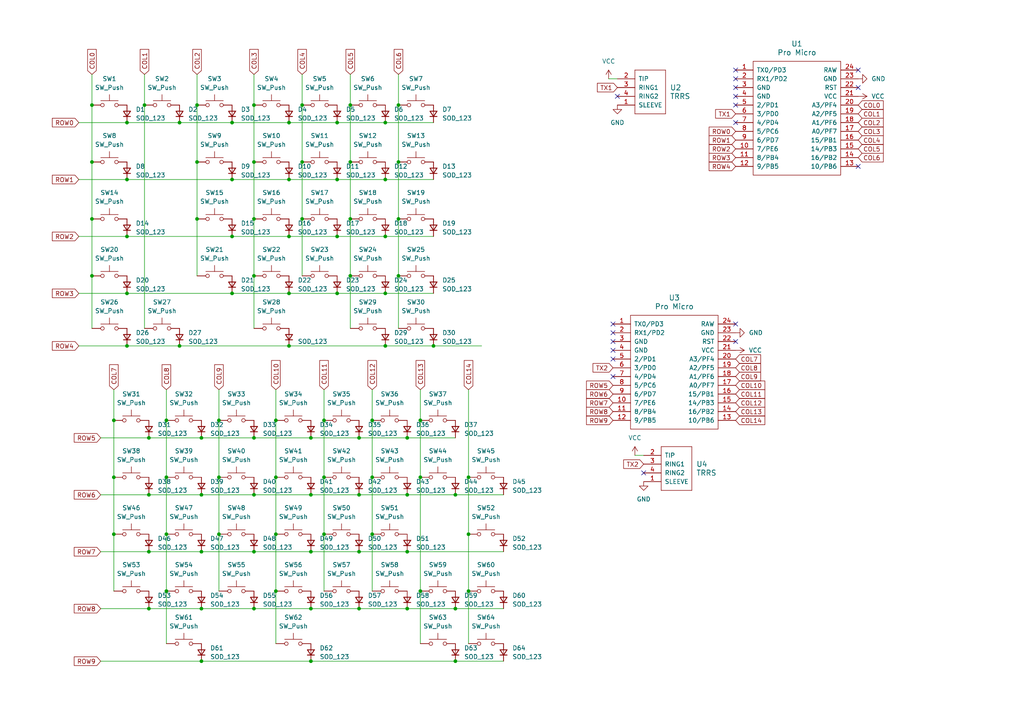
<source format=kicad_sch>
(kicad_sch (version 20230121) (generator eeschema)
  (paper "A4")
  (junction (at 115.57 46.99))
  (junction (at 73.66 63.5))
  (junction (at 58.42 127))
  (junction (at 111.76 100.33))
  (junction (at 115.57 80.01))
  (junction (at 52.07 100.33))
  (junction (at 101.6 63.5))
  (junction (at 67.31 35.56))
  (junction (at 33.02 154.94))
  (junction (at 104.14 160.02))
  (junction (at 111.76 52.07))
  (junction (at 67.31 68.58))
  (junction (at 73.66 160.02))
  (junction (at 36.83 52.07))
  (junction (at 97.79 52.07))
  (junction (at 58.42 191.77))
  (junction (at 58.42 143.51))
  (junction (at 48.26 154.94))
  (junction (at 132.08 176.53))
  (junction (at 132.08 191.77))
  (junction (at 135.89 154.94))
  (junction (at 80.01 121.92))
  (junction (at 104.14 176.53))
  (junction (at 97.79 35.56))
  (junction (at 80.01 154.94))
  (junction (at 26.67 63.5))
  (junction (at 57.15 46.99))
  (junction (at 118.11 143.51))
  (junction (at 26.67 80.01))
  (junction (at 83.82 85.09))
  (junction (at 83.82 35.56))
  (junction (at 87.63 63.5))
  (junction (at 36.83 68.58))
  (junction (at 118.11 127))
  (junction (at 33.02 121.92))
  (junction (at 36.83 85.09))
  (junction (at 63.5 138.43))
  (junction (at 121.92 138.43))
  (junction (at 111.76 35.56))
  (junction (at 67.31 85.09))
  (junction (at 83.82 100.33))
  (junction (at 83.82 68.58))
  (junction (at 48.26 138.43))
  (junction (at 73.66 143.51))
  (junction (at 26.67 46.99))
  (junction (at 87.63 30.48))
  (junction (at 67.31 52.07))
  (junction (at 63.5 154.94))
  (junction (at 73.66 176.53))
  (junction (at 80.01 138.43))
  (junction (at 36.83 100.33))
  (junction (at 57.15 63.5))
  (junction (at 111.76 68.58))
  (junction (at 48.26 121.92))
  (junction (at 93.98 121.92))
  (junction (at 104.14 143.51))
  (junction (at 90.17 127))
  (junction (at 111.76 85.09))
  (junction (at 97.79 85.09))
  (junction (at 90.17 176.53))
  (junction (at 121.92 171.45))
  (junction (at 43.18 160.02))
  (junction (at 83.82 52.07))
  (junction (at 121.92 121.92))
  (junction (at 90.17 143.51))
  (junction (at 118.11 160.02))
  (junction (at 43.18 143.51))
  (junction (at 58.42 160.02))
  (junction (at 118.11 176.53))
  (junction (at 58.42 176.53))
  (junction (at 107.95 154.94))
  (junction (at 132.08 143.51))
  (junction (at 101.6 30.48))
  (junction (at 80.01 171.45))
  (junction (at 41.91 30.48))
  (junction (at 43.18 176.53))
  (junction (at 101.6 46.99))
  (junction (at 73.66 30.48))
  (junction (at 101.6 80.01))
  (junction (at 26.67 30.48))
  (junction (at 115.57 30.48))
  (junction (at 63.5 121.92))
  (junction (at 52.07 35.56))
  (junction (at 107.95 121.92))
  (junction (at 104.14 127))
  (junction (at 33.02 138.43))
  (junction (at 73.66 127))
  (junction (at 90.17 191.77))
  (junction (at 135.89 138.43))
  (junction (at 43.18 127))
  (junction (at 57.15 30.48))
  (junction (at 48.26 171.45))
  (junction (at 93.98 154.94))
  (junction (at 93.98 138.43))
  (junction (at 135.89 171.45))
  (junction (at 90.17 160.02))
  (junction (at 87.63 46.99))
  (junction (at 73.66 46.99))
  (junction (at 115.57 63.5))
  (junction (at 97.79 68.58))
  (junction (at 125.73 100.33))
  (junction (at 107.95 138.43))
  (junction (at 73.66 80.01))
  (junction (at 36.83 35.56))
  (no_connect (at 213.36 25.4))
  (no_connect (at 177.8 104.14))
  (no_connect (at 213.36 22.86))
  (no_connect (at 213.36 35.56))
  (no_connect (at 177.8 93.98))
  (no_connect (at 213.36 27.94))
  (no_connect (at 248.92 25.4))
  (no_connect (at 179.07 27.94))
  (no_connect (at 213.36 99.06))
  (no_connect (at 248.92 20.32))
  (no_connect (at 177.8 99.06))
  (no_connect (at 186.69 137.16))
  (no_connect (at 213.36 30.48))
  (no_connect (at 248.92 48.26))
  (no_connect (at 177.8 109.22))
  (no_connect (at 213.36 93.98))
  (no_connect (at 177.8 101.6))
  (no_connect (at 177.8 96.52))
  (no_connect (at 213.36 20.32))
  (wire (pts (xy 111.76 52.07) (xy 125.73 52.07)))
  (wire (pts (xy 63.5 154.94) (xy 63.5 171.45)))
  (wire (pts (xy 115.57 21.59) (xy 115.57 30.48)))
  (wire (pts (xy 132.08 176.53) (xy 146.05 176.53)))
  (wire (pts (xy 26.67 80.01) (xy 26.67 95.25)))
  (wire (pts (xy 115.57 30.48) (xy 115.57 46.99)))
  (wire (pts (xy 87.63 21.59) (xy 87.63 30.48)))
  (wire (pts (xy 93.98 154.94) (xy 93.98 171.45)))
  (wire (pts (xy 80.01 138.43) (xy 80.01 154.94)))
  (wire (pts (xy 93.98 121.92) (xy 93.98 138.43)))
  (wire (pts (xy 101.6 80.01) (xy 101.6 95.25)))
  (wire (pts (xy 107.95 121.92) (xy 107.95 138.43)))
  (wire (pts (xy 52.07 100.33) (xy 83.82 100.33)))
  (wire (pts (xy 73.66 46.99) (xy 73.66 63.5)))
  (wire (pts (xy 97.79 52.07) (xy 111.76 52.07)))
  (wire (pts (xy 97.79 68.58) (xy 111.76 68.58)))
  (wire (pts (xy 58.42 127) (xy 73.66 127)))
  (wire (pts (xy 63.5 121.92) (xy 63.5 138.43)))
  (wire (pts (xy 97.79 85.09) (xy 111.76 85.09)))
  (wire (pts (xy 104.14 127) (xy 118.11 127)))
  (wire (pts (xy 29.21 191.77) (xy 58.42 191.77)))
  (wire (pts (xy 73.66 80.01) (xy 73.66 95.25)))
  (wire (pts (xy 43.18 176.53) (xy 58.42 176.53)))
  (wire (pts (xy 48.26 138.43) (xy 48.26 154.94)))
  (wire (pts (xy 26.67 63.5) (xy 26.67 80.01)))
  (wire (pts (xy 73.66 160.02) (xy 90.17 160.02)))
  (wire (pts (xy 57.15 63.5) (xy 57.15 80.01)))
  (wire (pts (xy 80.01 121.92) (xy 80.01 138.43)))
  (wire (pts (xy 135.89 154.94) (xy 135.89 171.45)))
  (wire (pts (xy 90.17 176.53) (xy 104.14 176.53)))
  (wire (pts (xy 107.95 138.43) (xy 107.95 154.94)))
  (wire (pts (xy 118.11 176.53) (xy 132.08 176.53)))
  (wire (pts (xy 121.92 113.03) (xy 121.92 121.92)))
  (wire (pts (xy 80.01 171.45) (xy 80.01 186.69)))
  (wire (pts (xy 73.66 143.51) (xy 90.17 143.51)))
  (wire (pts (xy 57.15 46.99) (xy 57.15 63.5)))
  (wire (pts (xy 118.11 143.51) (xy 132.08 143.51)))
  (wire (pts (xy 87.63 30.48) (xy 87.63 46.99)))
  (wire (pts (xy 93.98 113.03) (xy 93.98 121.92)))
  (wire (pts (xy 29.21 143.51) (xy 43.18 143.51)))
  (wire (pts (xy 135.89 138.43) (xy 135.89 154.94)))
  (wire (pts (xy 33.02 138.43) (xy 33.02 154.94)))
  (wire (pts (xy 73.66 63.5) (xy 73.66 80.01)))
  (wire (pts (xy 36.83 100.33) (xy 52.07 100.33)))
  (wire (pts (xy 90.17 127) (xy 104.14 127)))
  (wire (pts (xy 87.63 63.5) (xy 87.63 80.01)))
  (wire (pts (xy 83.82 35.56) (xy 97.79 35.56)))
  (wire (pts (xy 22.86 35.56) (xy 36.83 35.56)))
  (wire (pts (xy 33.02 121.92) (xy 33.02 138.43)))
  (wire (pts (xy 43.18 143.51) (xy 58.42 143.51)))
  (wire (pts (xy 93.98 138.43) (xy 93.98 154.94)))
  (wire (pts (xy 87.63 46.99) (xy 87.63 63.5)))
  (wire (pts (xy 104.14 176.53) (xy 118.11 176.53)))
  (wire (pts (xy 26.67 30.48) (xy 26.67 46.99)))
  (wire (pts (xy 132.08 191.77) (xy 146.05 191.77)))
  (wire (pts (xy 125.73 100.33) (xy 139.7 100.33)))
  (wire (pts (xy 41.91 30.48) (xy 41.91 95.25)))
  (wire (pts (xy 121.92 121.92) (xy 121.92 138.43)))
  (wire (pts (xy 176.53 22.86) (xy 179.07 22.86)))
  (wire (pts (xy 101.6 30.48) (xy 101.6 46.99)))
  (wire (pts (xy 73.66 30.48) (xy 73.66 46.99)))
  (wire (pts (xy 67.31 68.58) (xy 83.82 68.58)))
  (wire (pts (xy 101.6 21.59) (xy 101.6 30.48)))
  (wire (pts (xy 48.26 121.92) (xy 48.26 138.43)))
  (wire (pts (xy 57.15 30.48) (xy 57.15 46.99)))
  (wire (pts (xy 57.15 21.59) (xy 57.15 30.48)))
  (wire (pts (xy 107.95 113.03) (xy 107.95 121.92)))
  (wire (pts (xy 101.6 46.99) (xy 101.6 63.5)))
  (wire (pts (xy 58.42 176.53) (xy 73.66 176.53)))
  (wire (pts (xy 80.01 113.03) (xy 80.01 121.92)))
  (wire (pts (xy 83.82 100.33) (xy 111.76 100.33)))
  (wire (pts (xy 135.89 171.45) (xy 135.89 186.69)))
  (wire (pts (xy 22.86 100.33) (xy 36.83 100.33)))
  (wire (pts (xy 67.31 85.09) (xy 83.82 85.09)))
  (wire (pts (xy 26.67 46.99) (xy 26.67 63.5)))
  (wire (pts (xy 118.11 127) (xy 132.08 127)))
  (wire (pts (xy 26.67 21.59) (xy 26.67 30.48)))
  (wire (pts (xy 58.42 143.51) (xy 73.66 143.51)))
  (wire (pts (xy 48.26 113.03) (xy 48.26 121.92)))
  (wire (pts (xy 184.15 132.08) (xy 186.69 132.08)))
  (wire (pts (xy 121.92 138.43) (xy 121.92 171.45)))
  (wire (pts (xy 41.91 21.59) (xy 41.91 30.48)))
  (wire (pts (xy 67.31 52.07) (xy 83.82 52.07)))
  (wire (pts (xy 118.11 160.02) (xy 146.05 160.02)))
  (wire (pts (xy 43.18 127) (xy 58.42 127)))
  (wire (pts (xy 111.76 35.56) (xy 125.73 35.56)))
  (wire (pts (xy 36.83 52.07) (xy 67.31 52.07)))
  (wire (pts (xy 29.21 160.02) (xy 43.18 160.02)))
  (wire (pts (xy 33.02 113.03) (xy 33.02 121.92)))
  (wire (pts (xy 63.5 113.03) (xy 63.5 121.92)))
  (wire (pts (xy 52.07 35.56) (xy 67.31 35.56)))
  (wire (pts (xy 107.95 154.94) (xy 107.95 171.45)))
  (wire (pts (xy 22.86 68.58) (xy 36.83 68.58)))
  (wire (pts (xy 111.76 68.58) (xy 125.73 68.58)))
  (wire (pts (xy 97.79 35.56) (xy 111.76 35.56)))
  (wire (pts (xy 111.76 100.33) (xy 125.73 100.33)))
  (wire (pts (xy 73.66 127) (xy 90.17 127)))
  (wire (pts (xy 90.17 160.02) (xy 104.14 160.02)))
  (wire (pts (xy 22.86 85.09) (xy 36.83 85.09)))
  (wire (pts (xy 67.31 35.56) (xy 83.82 35.56)))
  (wire (pts (xy 58.42 191.77) (xy 90.17 191.77)))
  (wire (pts (xy 135.89 113.03) (xy 135.89 138.43)))
  (wire (pts (xy 101.6 63.5) (xy 101.6 80.01)))
  (wire (pts (xy 33.02 154.94) (xy 33.02 171.45)))
  (wire (pts (xy 132.08 143.51) (xy 146.05 143.51)))
  (wire (pts (xy 90.17 191.77) (xy 132.08 191.77)))
  (wire (pts (xy 43.18 160.02) (xy 58.42 160.02)))
  (wire (pts (xy 83.82 68.58) (xy 97.79 68.58)))
  (wire (pts (xy 111.76 85.09) (xy 125.73 85.09)))
  (wire (pts (xy 83.82 85.09) (xy 97.79 85.09)))
  (wire (pts (xy 36.83 35.56) (xy 52.07 35.56)))
  (wire (pts (xy 48.26 154.94) (xy 48.26 171.45)))
  (wire (pts (xy 48.26 171.45) (xy 48.26 186.69)))
  (wire (pts (xy 90.17 143.51) (xy 104.14 143.51)))
  (wire (pts (xy 73.66 21.59) (xy 73.66 30.48)))
  (wire (pts (xy 29.21 176.53) (xy 43.18 176.53)))
  (wire (pts (xy 121.92 171.45) (xy 121.92 186.69)))
  (wire (pts (xy 115.57 63.5) (xy 115.57 80.01)))
  (wire (pts (xy 22.86 52.07) (xy 36.83 52.07)))
  (wire (pts (xy 73.66 176.53) (xy 90.17 176.53)))
  (wire (pts (xy 36.83 85.09) (xy 67.31 85.09)))
  (wire (pts (xy 80.01 154.94) (xy 80.01 171.45)))
  (wire (pts (xy 83.82 52.07) (xy 97.79 52.07)))
  (wire (pts (xy 104.14 160.02) (xy 118.11 160.02)))
  (wire (pts (xy 104.14 143.51) (xy 118.11 143.51)))
  (wire (pts (xy 63.5 138.43) (xy 63.5 154.94)))
  (wire (pts (xy 36.83 68.58) (xy 67.31 68.58)))
  (wire (pts (xy 29.21 127) (xy 43.18 127)))
  (wire (pts (xy 58.42 160.02) (xy 73.66 160.02)))
  (wire (pts (xy 115.57 80.01) (xy 115.57 95.25)))
  (wire (pts (xy 115.57 46.99) (xy 115.57 63.5)))
  (global_label "ROW5" (shape input) (at 177.8 111.76 180) (property "Intersheetrefs" "${INTERSHEET_REFS}" (effects hide)))
  (global_label "ROW3" (shape input) (at 213.36 45.72 180) (property "Intersheetrefs" "${INTERSHEET_REFS}" (effects hide)))
  (global_label "COL9" (shape input) (at 63.5 113.03 90) (property "Intersheetrefs" "${INTERSHEET_REFS}" (effects hide)))
  (global_label "ROW6" (shape input) (at 177.8 114.3 180) (property "Intersheetrefs" "${INTERSHEET_REFS}" (effects hide)))
  (global_label "COL13" (shape input) (at 213.36 119.38 0) (property "Intersheetrefs" "${INTERSHEET_REFS}" (effects hide)))
  (global_label "COL14" (shape input) (at 135.89 113.03 90) (property "Intersheetrefs" "${INTERSHEET_REFS}" (effects hide)))
  (global_label "COL6" (shape input) (at 115.57 21.59 90) (property "Intersheetrefs" "${INTERSHEET_REFS}" (effects hide)))
  (global_label "COL10" (shape input) (at 213.36 111.76 0) (property "Intersheetrefs" "${INTERSHEET_REFS}" (effects hide)))
  (global_label "COL1" (shape input) (at 248.92 33.02 0) (property "Intersheetrefs" "${INTERSHEET_REFS}" (effects hide)))
  (global_label "COL5" (shape input) (at 101.6 21.59 90) (property "Intersheetrefs" "${INTERSHEET_REFS}" (effects hide)))
  (global_label "ROW7" (shape input) (at 29.21 160.02 180) (property "Intersheetrefs" "${INTERSHEET_REFS}" (effects hide)))
  (global_label "ROW8" (shape input) (at 29.21 176.53 180) (property "Intersheetrefs" "${INTERSHEET_REFS}" (effects hide)))
  (global_label "COL5" (shape input) (at 248.92 43.18 0) (property "Intersheetrefs" "${INTERSHEET_REFS}" (effects hide)))
  (global_label "COL8" (shape input) (at 213.36 106.68 0) (property "Intersheetrefs" "${INTERSHEET_REFS}" (effects hide)))
  (global_label "COL0" (shape input) (at 26.67 21.59 90) (property "Intersheetrefs" "${INTERSHEET_REFS}" (effects hide)))
  (global_label "COL8" (shape input) (at 48.26 113.03 90) (property "Intersheetrefs" "${INTERSHEET_REFS}" (effects hide)))
  (global_label "ROW1" (shape input) (at 22.86 52.07 180) (property "Intersheetrefs" "${INTERSHEET_REFS}" (effects hide)))
  (global_label "ROW2" (shape input) (at 213.36 43.18 180) (property "Intersheetrefs" "${INTERSHEET_REFS}" (effects hide)))
  (global_label "COL3" (shape input) (at 73.66 21.59 90) (property "Intersheetrefs" "${INTERSHEET_REFS}" (effects hide)))
  (global_label "COL0" (shape input) (at 248.92 30.48 0) (property "Intersheetrefs" "${INTERSHEET_REFS}" (effects hide)))
  (global_label "COL10" (shape input) (at 80.01 113.03 90) (property "Intersheetrefs" "${INTERSHEET_REFS}" (effects hide)))
  (global_label "TX2" (shape input) (at 177.8 106.68 180) (property "Intersheetrefs" "${INTERSHEET_REFS}" (effects hide)))
  (global_label "COL12" (shape input) (at 213.36 116.84 0) (property "Intersheetrefs" "${INTERSHEET_REFS}" (effects hide)))
  (global_label "ROW5" (shape input) (at 29.21 127 180) (property "Intersheetrefs" "${INTERSHEET_REFS}" (effects hide)))
  (global_label "COL6" (shape input) (at 248.92 45.72 0) (property "Intersheetrefs" "${INTERSHEET_REFS}" (effects hide)))
  (global_label "COL4" (shape input) (at 87.63 21.59 90) (property "Intersheetrefs" "${INTERSHEET_REFS}" (effects hide)))
  (global_label "ROW3" (shape input) (at 22.86 85.09 180) (property "Intersheetrefs" "${INTERSHEET_REFS}" (effects hide)))
  (global_label "COL2" (shape input) (at 248.92 35.56 0) (property "Intersheetrefs" "${INTERSHEET_REFS}" (effects hide)))
  (global_label "ROW8" (shape input) (at 177.8 119.38 180) (property "Intersheetrefs" "${INTERSHEET_REFS}" (effects hide)))
  (global_label "COL11" (shape input) (at 213.36 114.3 0) (property "Intersheetrefs" "${INTERSHEET_REFS}" (effects hide)))
  (global_label "ROW7" (shape input) (at 177.8 116.84 180) (property "Intersheetrefs" "${INTERSHEET_REFS}" (effects hide)))
  (global_label "COL2" (shape input) (at 57.15 21.59 90) (property "Intersheetrefs" "${INTERSHEET_REFS}" (effects hide)))
  (global_label "COL13" (shape input) (at 121.92 113.03 90) (property "Intersheetrefs" "${INTERSHEET_REFS}" (effects hide)))
  (global_label "TX1" (shape input) (at 213.36 33.02 180) (property "Intersheetrefs" "${INTERSHEET_REFS}" (effects hide)))
  (global_label "ROW4" (shape input) (at 22.86 100.33 180) (property "Intersheetrefs" "${INTERSHEET_REFS}" (effects hide)))
  (global_label "TX1" (shape input) (at 179.07 25.4 180) (property "Intersheetrefs" "${INTERSHEET_REFS}" (effects hide)))
  (global_label "COL7" (shape input) (at 213.36 104.14 0) (property "Intersheetrefs" "${INTERSHEET_REFS}" (effects hide)))
  (global_label "ROW2" (shape input) (at 22.86 68.58 180) (property "Intersheetrefs" "${INTERSHEET_REFS}" (effects hide)))
  (global_label "TX2" (shape input) (at 186.69 134.62 180) (property "Intersheetrefs" "${INTERSHEET_REFS}" (effects hide)))
  (global_label "COL4" (shape input) (at 248.92 40.64 0) (property "Intersheetrefs" "${INTERSHEET_REFS}" (effects hide)))
  (global_label "ROW6" (shape input) (at 29.21 143.51 180) (property "Intersheetrefs" "${INTERSHEET_REFS}" (effects hide)))
  (global_label "ROW9" (shape input) (at 177.8 121.92 180) (property "Intersheetrefs" "${INTERSHEET_REFS}" (effects hide)))
  (global_label "ROW1" (shape input) (at 213.36 40.64 180) (property "Intersheetrefs" "${INTERSHEET_REFS}" (effects hide)))
  (global_label "COL11" (shape input) (at 93.98 113.03 90) (property "Intersheetrefs" "${INTERSHEET_REFS}" (effects hide)))
  (global_label "ROW9" (shape input) (at 29.21 191.77 180) (property "Intersheetrefs" "${INTERSHEET_REFS}" (effects hide)))
  (global_label "ROW4" (shape input) (at 213.36 48.26 180) (property "Intersheetrefs" "${INTERSHEET_REFS}" (effects hide)))
  (global_label "COL12" (shape input) (at 107.95 113.03 90) (property "Intersheetrefs" "${INTERSHEET_REFS}" (effects hide)))
  (global_label "ROW0" (shape input) (at 213.36 38.1 180) (property "Intersheetrefs" "${INTERSHEET_REFS}" (effects hide)))
  (global_label "COL1" (shape input) (at 41.91 21.59 90) (property "Intersheetrefs" "${INTERSHEET_REFS}" (effects hide)))
  (global_label "COL14" (shape input) (at 213.36 121.92 0) (property "Intersheetrefs" "${INTERSHEET_REFS}" (effects hide)))
  (global_label "COL3" (shape input) (at 248.92 38.1 0) (property "Intersheetrefs" "${INTERSHEET_REFS}" (effects hide)))
  (global_label "COL9" (shape input) (at 213.36 109.22 0) (property "Intersheetrefs" "${INTERSHEET_REFS}" (effects hide)))
  (global_label "COL7" (shape input) (at 33.02 113.03 90) (property "Intersheetrefs" "${INTERSHEET_REFS}" (effects hide)))
  (global_label "ROW0" (shape input) (at 22.86 35.56 180) (property "Intersheetrefs" "${INTERSHEET_REFS}" (effects hide)))
  (symbol (lib_id "power:GND") (at 213.36 96.52 90) (unit 1)
    (property "Reference" "#PWR05" (effects hide))
    (property "Value" "GND" (at 217.17 96.52 90) (effects (justify right)))
  )
  (symbol (lib_id "Device:D_Small") (at 146.05 140.97 90) (unit 1)
    (property "Reference" "D45" (at 148.59 139.7 90) (effects (justify right)))
    (property "Value" "SOD_123" (at 148.59 142.24 90) (effects (justify right)))
    (property "Footprint" "Diode_SMD:D_SOD-323F" (effects hide))
    (property "Sim.Device" "D" (effects hide))
    (property "Sim.Pins" "1=K 2=A" (effects hide))
  )
  (symbol (lib_id "Device:D_Small") (at 111.76 66.04 90) (unit 1)
    (property "Reference" "D18" (at 114.3 64.77 90) (effects (justify right)))
    (property "Value" "SOD_123" (at 114.3 67.31 90) (effects (justify right)))
    (property "Footprint" "Diode_SMD:D_SOD-323F" (effects hide))
    (property "Sim.Device" "D" (effects hide))
    (property "Sim.Pins" "1=K 2=A" (effects hide))
  )
  (symbol (lib_id "Switch:SW_Push") (at 38.1 171.45 0) (unit 1)
    (property "Reference" "SW53" (at 38.1 163.83 0))
    (property "Value" "SW_Push" (at 38.1 166.37 0))
    (property "Footprint" "PCM_Switch_Keyboard_Hotswap_Kailh:SW_Hotswap_Kailh_MX_1.00u" (effects hide))
  )
  (symbol (lib_id "Device:D_Small") (at 111.76 82.55 90) (unit 1)
    (property "Reference" "D24" (at 114.3 81.28 90) (effects (justify right)))
    (property "Value" "SOD_123" (at 114.3 83.82 90) (effects (justify right)))
    (property "Footprint" "Diode_SMD:D_SOD-323F" (effects hide))
    (property "Sim.Device" "D" (effects hide))
    (property "Sim.Pins" "1=K 2=A" (effects hide))
  )
  (symbol (lib_id "Switch:SW_Push") (at 113.03 171.45 0) (unit 1)
    (property "Reference" "SW58" (at 113.03 163.83 0))
    (property "Value" "SW_Push" (at 113.03 166.37 0))
    (property "Footprint" "PCM_Switch_Keyboard_Hotswap_Kailh:SW_Hotswap_Kailh_MX_1.00u" (effects hide))
  )
  (symbol (lib_id "Device:D_Small") (at 97.79 49.53 90) (unit 1)
    (property "Reference" "D11" (at 100.33 48.26 90) (effects (justify right)))
    (property "Value" "SOD_123" (at 100.33 50.8 90) (effects (justify right)))
    (property "Footprint" "Diode_SMD:D_SOD-323F" (effects hide))
    (property "Sim.Device" "D" (effects hide))
    (property "Sim.Pins" "1=K 2=A" (effects hide))
  )
  (symbol (lib_id "Device:D_Small") (at 58.42 124.46 90) (unit 1)
    (property "Reference" "D32" (at 60.96 123.19 90) (effects (justify right)))
    (property "Value" "SOD_123" (at 60.96 125.73 90) (effects (justify right)))
    (property "Footprint" "Diode_SMD:D_SOD-323F" (effects hide))
    (property "Sim.Device" "D" (effects hide))
    (property "Sim.Pins" "1=K 2=A" (effects hide))
  )
  (symbol (lib_id "Switch:SW_Push") (at 62.23 80.01 0) (unit 1)
    (property "Reference" "SW21" (at 62.23 72.39 0))
    (property "Value" "SW_Push" (at 62.23 74.93 0))
    (property "Footprint" "PCM_Switch_Keyboard_Hotswap_Kailh:SW_Hotswap_Kailh_MX_1.00u" (effects hide))
  )
  (symbol (lib_id "Switch:SW_Push") (at 68.58 154.94 0) (unit 1)
    (property "Reference" "SW48" (at 68.58 147.32 0))
    (property "Value" "SW_Push" (at 68.58 149.86 0))
    (property "Footprint" "PCM_Switch_Keyboard_Hotswap_Kailh:SW_Hotswap_Kailh_MX_1.00u" (effects hide))
  )
  (symbol (lib_id "Switch:SW_Push") (at 140.97 171.45 0) (unit 1)
    (property "Reference" "SW60" (at 140.97 163.83 0))
    (property "Value" "SW_Push" (at 140.97 166.37 0))
    (property "Footprint" "PCM_Switch_Keyboard_Hotswap_Kailh:SW_Hotswap_Kailh_MX_1.00u" (effects hide))
  )
  (symbol (lib_id "Switch:SW_Push") (at 99.06 171.45 0) (unit 1)
    (property "Reference" "SW57" (at 99.06 163.83 0))
    (property "Value" "SW_Push" (at 99.06 166.37 0))
    (property "Footprint" "PCM_Switch_Keyboard_Hotswap_Kailh:SW_Hotswap_Kailh_MX_1.00u" (effects hide))
  )
  (symbol (lib_id "Switch:SW_Push") (at 38.1 121.92 0) (unit 1)
    (property "Reference" "SW31" (at 38.1 114.3 0))
    (property "Value" "SW_Push" (at 38.1 116.84 0))
    (property "Footprint" "PCM_Switch_Keyboard_Hotswap_Kailh:SW_Hotswap_Kailh_MX_1.00u" (effects hide))
  )
  (symbol (lib_id "Device:D_Small") (at 90.17 124.46 90) (unit 1)
    (property "Reference" "D34" (at 92.71 123.19 90) (effects (justify right)))
    (property "Value" "SOD_123" (at 92.71 125.73 90) (effects (justify right)))
    (property "Footprint" "Diode_SMD:D_SOD-323F" (effects hide))
    (property "Sim.Device" "D" (effects hide))
    (property "Sim.Pins" "1=K 2=A" (effects hide))
  )
  (symbol (lib_id "Device:D_Small") (at 90.17 173.99 90) (unit 1)
    (property "Reference" "D56" (at 92.71 172.72 90) (effects (justify right)))
    (property "Value" "SOD_123" (at 92.71 175.26 90) (effects (justify right)))
    (property "Footprint" "Diode_SMD:D_SOD-323F" (effects hide))
    (property "Sim.Device" "D" (effects hide))
    (property "Sim.Pins" "1=K 2=A" (effects hide))
  )
  (symbol (lib_id "Switch:SW_Push") (at 92.71 30.48 0) (unit 1)
    (property "Reference" "SW5" (at 92.71 22.86 0))
    (property "Value" "SW_Push" (at 92.71 25.4 0))
    (property "Footprint" "PCM_Switch_Keyboard_Hotswap_Kailh:SW_Hotswap_Kailh_MX_1.00u" (effects hide))
  )
  (symbol (lib_id "Device:D_Small") (at 97.79 66.04 90) (unit 1)
    (property "Reference" "D17" (at 100.33 64.77 90) (effects (justify right)))
    (property "Value" "SOD_123" (at 100.33 67.31 90) (effects (justify right)))
    (property "Footprint" "Diode_SMD:D_SOD-323F" (effects hide))
    (property "Sim.Device" "D" (effects hide))
    (property "Sim.Pins" "1=K 2=A" (effects hide))
  )
  (symbol (lib_id "Switch:SW_Push") (at 92.71 80.01 0) (unit 1)
    (property "Reference" "SW23" (at 92.71 72.39 0))
    (property "Value" "SW_Push" (at 92.71 74.93 0))
    (property "Footprint" "PCM_Switch_Keyboard_Hotswap_Kailh:SW_Hotswap_Kailh_MX_1.00u" (effects hide))
  )
  (symbol (lib_id "Switch:SW_Push") (at 92.71 46.99 0) (unit 1)
    (property "Reference" "SW11" (at 92.71 39.37 0))
    (property "Value" "SW_Push" (at 92.71 41.91 0))
    (property "Footprint" "PCM_Switch_Keyboard_Hotswap_Kailh:SW_Hotswap_Kailh_MX_1.00u" (effects hide))
  )
  (symbol (lib_id "Device:D_Small") (at 73.66 124.46 90) (unit 1)
    (property "Reference" "D33" (at 76.2 123.19 90) (effects (justify right)))
    (property "Value" "SOD_123" (at 76.2 125.73 90) (effects (justify right)))
    (property "Footprint" "Diode_SMD:D_SOD-323F" (effects hide))
    (property "Sim.Device" "D" (effects hide))
    (property "Sim.Pins" "1=K 2=A" (effects hide))
  )
  (symbol (lib_id "Switch:SW_Push") (at 99.06 138.43 0) (unit 1)
    (property "Reference" "SW42" (at 99.06 130.81 0))
    (property "Value" "SW_Push" (at 99.06 133.35 0))
    (property "Footprint" "PCM_Switch_Keyboard_Hotswap_Kailh:SW_Hotswap_Kailh_MX_1.00u" (effects hide))
  )
  (symbol (lib_id "Device:D_Small") (at 52.07 33.02 90) (unit 1)
    (property "Reference" "D2" (at 54.61 31.75 90) (effects (justify right)))
    (property "Value" "SOD_123" (at 54.61 34.29 90) (effects (justify right)))
    (property "Footprint" "Diode_SMD:D_SOD-323F" (effects hide))
    (property "Sim.Device" "D" (effects hide))
    (property "Sim.Pins" "1=K 2=A" (effects hide))
  )
  (symbol (lib_id "Switch:SW_Push") (at 127 121.92 0) (unit 1)
    (property "Reference" "SW37" (at 127 114.3 0))
    (property "Value" "SW_Push" (at 127 116.84 0))
    (property "Footprint" "PCM_Switch_Keyboard_Hotswap_Kailh:SW_Hotswap_Kailh_MX_2.00u" (effects hide))
  )
  (symbol (lib_id "Switch:SW_Push") (at 78.74 30.48 0) (unit 1)
    (property "Reference" "SW4" (at 78.74 22.86 0))
    (property "Value" "SW_Push" (at 78.74 25.4 0))
    (property "Footprint" "PCM_Switch_Keyboard_Hotswap_Kailh:SW_Hotswap_Kailh_MX_1.00u" (effects hide))
  )
  (symbol (lib_id "Device:D_Small") (at 90.17 189.23 90) (unit 1)
    (property "Reference" "D62" (at 92.71 187.96 90) (effects (justify right)))
    (property "Value" "SOD_123" (at 92.71 190.5 90) (effects (justify right)))
    (property "Footprint" "Diode_SMD:D_SOD-323F" (effects hide))
    (property "Sim.Device" "D" (effects hide))
    (property "Sim.Pins" "1=K 2=A" (effects hide))
  )
  (symbol (lib_id "Device:D_Small") (at 43.18 140.97 90) (unit 1)
    (property "Reference" "D38" (at 45.72 139.7 90) (effects (justify right)))
    (property "Value" "SOD_123" (at 45.72 142.24 90) (effects (justify right)))
    (property "Footprint" "Diode_SMD:D_SOD-323F" (effects hide))
    (property "Sim.Device" "D" (effects hide))
    (property "Sim.Pins" "1=K 2=A" (effects hide))
  )
  (symbol (lib_id "Switch:SW_Push") (at 53.34 171.45 0) (unit 1)
    (property "Reference" "SW54" (at 53.34 163.83 0))
    (property "Value" "SW_Push" (at 53.34 166.37 0))
    (property "Footprint" "PCM_Switch_Keyboard_Hotswap_Kailh:SW_Hotswap_Kailh_MX_1.00u" (effects hide))
  )
  (symbol (lib_id "Device:D_Small") (at 67.31 66.04 90) (unit 1)
    (property "Reference" "D15" (at 69.85 64.77 90) (effects (justify right)))
    (property "Value" "SOD_123" (at 69.85 67.31 90) (effects (justify right)))
    (property "Footprint" "Diode_SMD:D_SOD-323F" (effects hide))
    (property "Sim.Device" "D" (effects hide))
    (property "Sim.Pins" "1=K 2=A" (effects hide))
  )
  (symbol (lib_id "Switch:SW_Push") (at 53.34 121.92 0) (unit 1)
    (property "Reference" "SW32" (at 53.34 114.3 0))
    (property "Value" "SW_Push" (at 53.34 116.84 0))
    (property "Footprint" "PCM_Switch_Keyboard_Hotswap_Kailh:SW_Hotswap_Kailh_MX_1.00u" (effects hide))
  )
  (symbol (lib_id "Device:D_Small") (at 36.83 97.79 90) (unit 1)
    (property "Reference" "D26" (at 39.37 96.52 90) (effects (justify right)))
    (property "Value" "SOD_123" (at 39.37 99.06 90) (effects (justify right)))
    (property "Footprint" "Diode_SMD:D_SOD-323F" (effects hide))
    (property "Sim.Device" "D" (effects hide))
    (property "Sim.Pins" "1=K 2=A" (effects hide))
  )
  (symbol (lib_id "Switch:SW_Push") (at 120.65 80.01 0) (unit 1)
    (property "Reference" "SW25" (at 120.65 72.39 0))
    (property "Value" "SW_Push" (at 120.65 74.93 0))
    (property "Footprint" "PCM_Switch_Keyboard_Hotswap_Kailh:SW_Hotswap_Kailh_MX_1.00u" (effects hide))
  )
  (symbol (lib_id "Switch:SW_Push") (at 68.58 171.45 0) (unit 1)
    (property "Reference" "SW55" (at 68.58 163.83 0))
    (property "Value" "SW_Push" (at 68.58 166.37 0))
    (property "Footprint" "PCM_Switch_Keyboard_Hotswap_Kailh:SW_Hotswap_Kailh_MX_1.00u" (effects hide))
  )
  (symbol (lib_id "power:GND") (at 248.92 22.86 90) (unit 1)
    (property "Reference" "#PWR01" (effects hide))
    (property "Value" "GND" (at 252.73 22.86 90) (effects (justify right)))
  )
  (symbol (lib_id "Switch:SW_Push") (at 106.68 46.99 0) (unit 1)
    (property "Reference" "SW12" (at 106.68 39.37 0))
    (property "Value" "SW_Push" (at 106.68 41.91 0))
    (property "Footprint" "PCM_Switch_Keyboard_Hotswap_Kailh:SW_Hotswap_Kailh_MX_1.00u" (effects hide))
  )
  (symbol (lib_id "Device:D_Small") (at 73.66 157.48 90) (unit 1)
    (property "Reference" "D48" (at 76.2 156.21 90) (effects (justify right)))
    (property "Value" "SOD_123" (at 76.2 158.75 90) (effects (justify right)))
    (property "Footprint" "Diode_SMD:D_SOD-323F" (effects hide))
    (property "Sim.Device" "D" (effects hide))
    (property "Sim.Pins" "1=K 2=A" (effects hide))
  )
  (symbol (lib_id "Device:D_Small") (at 90.17 157.48 90) (unit 1)
    (property "Reference" "D49" (at 92.71 156.21 90) (effects (justify right)))
    (property "Value" "SOD_123" (at 92.71 158.75 90) (effects (justify right)))
    (property "Footprint" "Diode_SMD:D_SOD-323F" (effects hide))
    (property "Sim.Device" "D" (effects hide))
    (property "Sim.Pins" "1=K 2=A" (effects hide))
  )
  (symbol (lib_id "Device:D_Small") (at 43.18 124.46 90) (unit 1)
    (property "Reference" "D31" (at 45.72 123.19 90) (effects (justify right)))
    (property "Value" "SOD_123" (at 45.72 125.73 90) (effects (justify right)))
    (property "Footprint" "Diode_SMD:D_SOD-323F" (effects hide))
    (property "Sim.Device" "D" (effects hide))
    (property "Sim.Pins" "1=K 2=A" (effects hide))
  )
  (symbol (lib_id "Device:D_Small") (at 118.11 124.46 90) (unit 1)
    (property "Reference" "D36" (at 120.65 123.19 90) (effects (justify right)))
    (property "Value" "SOD_123" (at 120.65 125.73 90) (effects (justify right)))
    (property "Footprint" "Diode_SMD:D_SOD-323F" (effects hide))
    (property "Sim.Device" "D" (effects hide))
    (property "Sim.Pins" "1=K 2=A" (effects hide))
  )
  (symbol (lib_id "Device:D_Small") (at 132.08 173.99 90) (unit 1)
    (property "Reference" "D59" (at 134.62 172.72 90) (effects (justify right)))
    (property "Value" "SOD_123" (at 134.62 175.26 90) (effects (justify right)))
    (property "Footprint" "Diode_SMD:D_SOD-323F" (effects hide))
    (property "Sim.Device" "D" (effects hide))
    (property "Sim.Pins" "1=K 2=A" (effects hide))
  )
  (symbol (lib_id "power:VCC") (at 184.15 132.08 0) (unit 1)
    (property "Reference" "#PWR07" (effects hide))
    (property "Value" "VCC" (at 184.15 127 0))
  )
  (symbol (lib_id "Switch:SW_Push") (at 106.68 80.01 0) (unit 1)
    (property "Reference" "SW24" (at 106.68 72.39 0))
    (property "Value" "SW_Push" (at 106.68 74.93 0))
    (property "Footprint" "PCM_Switch_Keyboard_Hotswap_Kailh:SW_Hotswap_Kailh_MX_1.00u" (effects hide))
  )
  (symbol (lib_id "Device:D_Small") (at 73.66 140.97 90) (unit 1)
    (property "Reference" "D40" (at 76.2 139.7 90) (effects (justify right)))
    (property "Value" "SOD_123" (at 76.2 142.24 90) (effects (justify right)))
    (property "Footprint" "Diode_SMD:D_SOD-323F" (effects hide))
    (property "Sim.Device" "D" (effects hide))
    (property "Sim.Pins" "1=K 2=A" (effects hide))
  )
  (symbol (lib_id "Device:D_Small") (at 67.31 82.55 90) (unit 1)
    (property "Reference" "D21" (at 69.85 81.28 90) (effects (justify right)))
    (property "Value" "SOD_123" (at 69.85 83.82 90) (effects (justify right)))
    (property "Footprint" "Diode_SMD:D_SOD-323F" (effects hide))
    (property "Sim.Device" "D" (effects hide))
    (property "Sim.Pins" "1=K 2=A" (effects hide))
  )
  (symbol (lib_id "Switch:SW_Push") (at 85.09 121.92 0) (unit 1)
    (property "Reference" "SW34" (at 85.09 114.3 0))
    (property "Value" "SW_Push" (at 85.09 116.84 0))
    (property "Footprint" "PCM_Switch_Keyboard_Hotswap_Kailh:SW_Hotswap_Kailh_MX_1.00u" (effects hide))
  )
  (symbol (lib_id "Switch:SW_Push") (at 78.74 46.99 0) (unit 1)
    (property "Reference" "SW10" (at 78.74 39.37 0))
    (property "Value" "SW_Push" (at 78.74 41.91 0))
    (property "Footprint" "PCM_Switch_Keyboard_Hotswap_Kailh:SW_Hotswap_Kailh_MX_1.00u" (effects hide))
  )
  (symbol (lib_id "Device:D_Small") (at 125.73 82.55 90) (unit 1)
    (property "Reference" "D25" (at 128.27 81.28 90) (effects (justify right)))
    (property "Value" "SOD_123" (at 128.27 83.82 90) (effects (justify right)))
    (property "Footprint" "Diode_SMD:D_SOD-323F" (effects hide))
    (property "Sim.Device" "D" (effects hide))
    (property "Sim.Pins" "1=K 2=A" (effects hide))
  )
  (symbol (lib_id "Switch:SW_Push") (at 62.23 30.48 0) (unit 1)
    (property "Reference" "SW3" (at 62.23 22.86 0))
    (property "Value" "SW_Push" (at 62.23 25.4 0))
    (property "Footprint" "PCM_Switch_Keyboard_Hotswap_Kailh:SW_Hotswap_Kailh_MX_1.00u" (effects hide))
  )
  (symbol (lib_id "Switch:SW_Push") (at 140.97 138.43 0) (unit 1)
    (property "Reference" "SW45" (at 140.97 130.81 0))
    (property "Value" "SW_Push" (at 140.97 133.35 0))
    (property "Footprint" "PCM_Switch_Keyboard_Hotswap_Kailh:SW_Hotswap_Kailh_MX_1.50u" (effects hide))
  )
  (symbol (lib_id "Device:D_Small") (at 125.73 97.79 90) (unit 1)
    (property "Reference" "D30" (at 128.27 96.52 90) (effects (justify right)))
    (property "Value" "SOD_123" (at 128.27 99.06 90) (effects (justify right)))
    (property "Footprint" "Diode_SMD:D_SOD-323F" (effects hide))
    (property "Sim.Device" "D" (effects hide))
    (property "Sim.Pins" "1=K 2=A" (effects hide))
  )
  (symbol (lib_id "Switch:SW_Push") (at 85.09 154.94 0) (unit 1)
    (property "Reference" "SW49" (at 85.09 147.32 0))
    (property "Value" "SW_Push" (at 85.09 149.86 0))
    (property "Footprint" "PCM_Switch_Keyboard_Hotswap_Kailh:SW_Hotswap_Kailh_MX_1.00u" (effects hide))
  )
  (symbol (lib_id "Switch:SW_Push") (at 127 171.45 0) (unit 1)
    (property "Reference" "SW59" (at 127 163.83 0))
    (property "Value" "SW_Push" (at 127 166.37 0))
    (property "Footprint" "PCM_Switch_Keyboard_Hotswap_Kailh:SW_Hotswap_Kailh_MX_1.75u" (effects hide))
  )
  (symbol (lib_id "Device:D_Small") (at 104.14 157.48 90) (unit 1)
    (property "Reference" "D50" (at 106.68 156.21 90) (effects (justify right)))
    (property "Value" "SOD_123" (at 106.68 158.75 90) (effects (justify right)))
    (property "Footprint" "Diode_SMD:D_SOD-323F" (effects hide))
    (property "Sim.Device" "D" (effects hide))
    (property "Sim.Pins" "1=K 2=A" (effects hide))
  )
  (symbol (lib_id "Switch:SW_Push") (at 31.75 46.99 0) (unit 1)
    (property "Reference" "SW8" (at 31.75 39.37 0))
    (property "Value" "SW_Push" (at 31.75 41.91 0))
    (property "Footprint" "PCM_Switch_Keyboard_Hotswap_Kailh:SW_Hotswap_Kailh_MX_1.50u" (effects hide))
  )
  (symbol (lib_id "Switch:SW_Push") (at 38.1 138.43 0) (unit 1)
    (property "Reference" "SW38" (at 38.1 130.81 0))
    (property "Value" "SW_Push" (at 38.1 133.35 0))
    (property "Footprint" "PCM_Switch_Keyboard_Hotswap_Kailh:SW_Hotswap_Kailh_MX_1.00u" (effects hide))
  )
  (symbol (lib_id "Switch:SW_Push") (at 99.06 121.92 0) (unit 1)
    (property "Reference" "SW35" (at 99.06 114.3 0))
    (property "Value" "SW_Push" (at 99.06 116.84 0))
    (property "Footprint" "PCM_Switch_Keyboard_Hotswap_Kailh:SW_Hotswap_Kailh_MX_1.00u" (effects hide))
  )
  (symbol (lib_id "Switch:SW_Push") (at 31.75 63.5 0) (unit 1)
    (property "Reference" "SW14" (at 31.75 55.88 0))
    (property "Value" "SW_Push" (at 31.75 58.42 0))
    (property "Footprint" "PCM_Switch_Keyboard_Hotswap_Kailh:SW_Hotswap_Kailh_MX_1.75u" (effects hide))
  )
  (symbol (lib_id "Device:D_Small") (at 58.42 189.23 90) (unit 1)
    (property "Reference" "D61" (at 60.96 187.96 90) (effects (justify right)))
    (property "Value" "SOD_123" (at 60.96 190.5 90) (effects (justify right)))
    (property "Footprint" "Diode_SMD:D_SOD-323F" (effects hide))
    (property "Sim.Device" "D" (effects hide))
    (property "Sim.Pins" "1=K 2=A" (effects hide))
  )
  (symbol (lib_id "Switch:SW_Push") (at 78.74 80.01 0) (unit 1)
    (property "Reference" "SW22" (at 78.74 72.39 0))
    (property "Value" "SW_Push" (at 78.74 74.93 0))
    (property "Footprint" "PCM_Switch_Keyboard_Hotswap_Kailh:SW_Hotswap_Kailh_MX_1.00u" (effects hide))
  )
  (symbol (lib_id "Device:D_Small") (at 36.83 82.55 90) (unit 1)
    (property "Reference" "D20" (at 39.37 81.28 90) (effects (justify right)))
    (property "Value" "SOD_123" (at 39.37 83.82 90) (effects (justify right)))
    (property "Footprint" "Diode_SMD:D_SOD-323F" (effects hide))
    (property "Sim.Device" "D" (effects hide))
    (property "Sim.Pins" "1=K 2=A" (effects hide))
  )
  (symbol (lib_id "Device:D_Small") (at 146.05 189.23 90) (unit 1)
    (property "Reference" "D64" (at 148.59 187.96 90) (effects (justify right)))
    (property "Value" "SOD_123" (at 148.59 190.5 90) (effects (justify right)))
    (property "Footprint" "Diode_SMD:D_SOD-323F" (effects hide))
    (property "Sim.Device" "D" (effects hide))
    (property "Sim.Pins" "1=K 2=A" (effects hide))
  )
  (symbol (lib_id "Device:D_Small") (at 36.83 33.02 90) (unit 1)
    (property "Reference" "D1" (at 39.37 31.75 90) (effects (justify right)))
    (property "Value" "SOD_123" (at 39.37 34.29 90) (effects (justify right)))
    (property "Footprint" "Diode_SMD:D_SOD-323F" (effects hide))
    (property "Sim.Device" "D" (effects hide))
    (property "Sim.Pins" "1=K 2=A" (effects hide))
  )
  (symbol (lib_id "Device:D_Small") (at 58.42 140.97 90) (unit 1)
    (property "Reference" "D39" (at 60.96 139.7 90) (effects (justify right)))
    (property "Value" "SOD_123" (at 60.96 142.24 90) (effects (justify right)))
    (property "Footprint" "Diode_SMD:D_SOD-323F" (effects hide))
    (property "Sim.Device" "D" (effects hide))
    (property "Sim.Pins" "1=K 2=A" (effects hide))
  )
  (symbol (lib_id "Device:D_Small") (at 83.82 49.53 90) (unit 1)
    (property "Reference" "D10" (at 86.36 48.26 90) (effects (justify right)))
    (property "Value" "SOD_123" (at 86.36 50.8 90) (effects (justify right)))
    (property "Footprint" "Diode_SMD:D_SOD-323F" (effects hide))
    (property "Sim.Device" "D" (effects hide))
    (property "Sim.Pins" "1=K 2=A" (effects hide))
  )
  (symbol (lib_id "Device:D_Small") (at 118.11 173.99 90) (unit 1)
    (property "Reference" "D58" (at 120.65 172.72 90) (effects (justify right)))
    (property "Value" "SOD_123" (at 120.65 175.26 90) (effects (justify right)))
    (property "Footprint" "Diode_SMD:D_SOD-323F" (effects hide))
    (property "Sim.Device" "D" (effects hide))
    (property "Sim.Pins" "1=K 2=A" (effects hide))
  )
  (symbol (lib_id "Switch:SW_Push") (at 140.97 154.94 0) (unit 1)
    (property "Reference" "SW52" (at 140.97 147.32 0))
    (property "Value" "SW_Push" (at 140.97 149.86 0))
    (property "Footprint" "PCM_Switch_Keyboard_Hotswap_Kailh:SW_Hotswap_Kailh_MX_2.25u" (effects hide))
  )
  (symbol (lib_id "Switch:SW_Push") (at 46.99 30.48 0) (unit 1)
    (property "Reference" "SW2" (at 46.99 22.86 0))
    (property "Value" "SW_Push" (at 46.99 25.4 0))
    (property "Footprint" "PCM_Switch_Keyboard_Hotswap_Kailh:SW_Hotswap_Kailh_MX_1.00u" (effects hide))
  )
  (symbol (lib_id "Device:D_Small") (at 125.73 33.02 90) (unit 1)
    (property "Reference" "D7" (at 128.27 31.75 90) (effects (justify right)))
    (property "Value" "SOD_123" (at 128.27 34.29 90) (effects (justify right)))
    (property "Footprint" "Diode_SMD:D_SOD-323F" (effects hide))
    (property "Sim.Device" "D" (effects hide))
    (property "Sim.Pins" "1=K 2=A" (effects hide))
  )
  (symbol (lib_id "Device:D_Small") (at 111.76 97.79 90) (unit 1)
    (property "Reference" "D29" (at 114.3 96.52 90) (effects (justify right)))
    (property "Value" "SOD_123" (at 114.3 99.06 90) (effects (justify right)))
    (property "Footprint" "Diode_SMD:D_SOD-323F" (effects hide))
    (property "Sim.Device" "D" (effects hide))
    (property "Sim.Pins" "1=K 2=A" (effects hide))
  )
  (symbol (lib_id "Device:D_Small") (at 97.79 82.55 90) (unit 1)
    (property "Reference" "D23" (at 100.33 81.28 90) (effects (justify right)))
    (property "Value" "SOD_123" (at 100.33 83.82 90) (effects (justify right)))
    (property "Footprint" "Diode_SMD:D_SOD-323F" (effects hide))
    (property "Sim.Device" "D" (effects hide))
    (property "Sim.Pins" "1=K 2=A" (effects hide))
  )
  (symbol (lib_id "power:GND") (at 186.69 139.7 0) (unit 1)
    (property "Reference" "#PWR08" (effects hide))
    (property "Value" "GND" (at 186.69 144.78 0))
  )
  (symbol (lib_id "Switch:SW_Push") (at 127 138.43 0) (unit 1)
    (property "Reference" "SW44" (at 127 130.81 0))
    (property "Value" "SW_Push" (at 127 133.35 0))
    (property "Footprint" "PCM_Switch_Keyboard_Hotswap_Kailh:SW_Hotswap_Kailh_MX_1.00u" (effects hide))
  )
  (symbol (lib_id "Device:D_Small") (at 125.73 49.53 90) (unit 1)
    (property "Reference" "D13" (at 128.27 48.26 90) (effects (justify right)))
    (property "Value" "SOD_123" (at 128.27 50.8 90) (effects (justify right)))
    (property "Footprint" "Diode_SMD:D_SOD-323F" (effects hide))
    (property "Sim.Device" "D" (effects hide))
    (property "Sim.Pins" "1=K 2=A" (effects hide))
  )
  (symbol (lib_id "Switch:SW_Push") (at 68.58 138.43 0) (unit 1)
    (property "Reference" "SW40" (at 68.58 130.81 0))
    (property "Value" "SW_Push" (at 68.58 133.35 0))
    (property "Footprint" "PCM_Switch_Keyboard_Hotswap_Kailh:SW_Hotswap_Kailh_MX_1.00u" (effects hide))
  )
  (symbol (lib_id "keebio:TRRS") (at 195.58 142.24 0) (unit 1)
    (property "Reference" "U4" (at 201.93 134.62 0) (effects (font (size 1.524 1.524)) (justify left)))
    (property "Value" "TRRS" (at 201.93 137.16 0) (effects (font (size 1.524 1.524)) (justify left)))
    (property "Footprint" "Keebio-Parts:TRRS-PJ-320A" (effects hide))
  )
  (symbol (lib_id "power:GND") (at 179.07 30.48 0) (unit 1)
    (property "Reference" "#PWR04" (effects hide))
    (property "Value" "GND" (at 179.07 35.56 0))
  )
  (symbol (lib_id "Device:D_Small") (at 146.05 157.48 90) (unit 1)
    (property "Reference" "D52" (at 148.59 156.21 90) (effects (justify right)))
    (property "Value" "SOD_123" (at 148.59 158.75 90) (effects (justify right)))
    (property "Footprint" "Diode_SMD:D_SOD-323F" (effects hide))
    (property "Sim.Device" "D" (effects hide))
    (property "Sim.Pins" "1=K 2=A" (effects hide))
  )
  (symbol (lib_id "Switch:SW_Push") (at 106.68 30.48 0) (unit 1)
    (property "Reference" "SW6" (at 106.68 22.86 0))
    (property "Value" "SW_Push" (at 106.68 25.4 0))
    (property "Footprint" "PCM_Switch_Keyboard_Hotswap_Kailh:SW_Hotswap_Kailh_MX_1.00u" (effects hide))
  )
  (symbol (lib_id "Device:D_Small") (at 52.07 97.79 90) (unit 1)
    (property "Reference" "D27" (at 54.61 96.52 90) (effects (justify right)))
    (property "Value" "SOD_123" (at 54.61 99.06 90) (effects (justify right)))
    (property "Footprint" "Diode_SMD:D_SOD-323F" (effects hide))
    (property "Sim.Device" "D" (effects hide))
    (property "Sim.Pins" "1=K 2=A" (effects hide))
  )
  (symbol (lib_id "Device:D_Small") (at 118.11 157.48 90) (unit 1)
    (property "Reference" "D51" (at 120.65 156.21 90) (effects (justify right)))
    (property "Value" "SOD_123" (at 120.65 158.75 90) (effects (justify right)))
    (property "Footprint" "Diode_SMD:D_SOD-323F" (effects hide))
    (property "Sim.Device" "D" (effects hide))
    (property "Sim.Pins" "1=K 2=A" (effects hide))
  )
  (symbol (lib_id "Switch:SW_Push") (at 38.1 154.94 0) (unit 1)
    (property "Reference" "SW46" (at 38.1 147.32 0))
    (property "Value" "SW_Push" (at 38.1 149.86 0))
    (property "Footprint" "PCM_Switch_Keyboard_Hotswap_Kailh:SW_Hotswap_Kailh_MX_1.00u" (effects hide))
  )
  (symbol (lib_id "Device:D_Small") (at 36.83 66.04 90) (unit 1)
    (property "Reference" "D14" (at 39.37 64.77 90) (effects (justify right)))
    (property "Value" "SOD_123" (at 39.37 67.31 90) (effects (justify right)))
    (property "Footprint" "Diode_SMD:D_SOD-323F" (effects hide))
    (property "Sim.Device" "D" (effects hide))
    (property "Sim.Pins" "1=K 2=A" (effects hide))
  )
  (symbol (lib_id "Switch:SW_Push") (at 68.58 121.92 0) (unit 1)
    (property "Reference" "SW33" (at 68.58 114.3 0))
    (property "Value" "SW_Push" (at 68.58 116.84 0))
    (property "Footprint" "PCM_Switch_Keyboard_Hotswap_Kailh:SW_Hotswap_Kailh_MX_1.00u" (effects hide))
  )
  (symbol (lib_id "Switch:SW_Push") (at 31.75 95.25 0) (unit 1)
    (property "Reference" "SW26" (at 31.75 87.63 0))
    (property "Value" "SW_Push" (at 31.75 90.17 0))
    (property "Footprint" "PCM_Switch_Keyboard_Hotswap_Kailh:SW_Hotswap_Kailh_MX_1.50u" (effects hide))
  )
  (symbol (lib_id "Switch:SW_Push") (at 106.68 63.5 0) (unit 1)
    (property "Reference" "SW18" (at 106.68 55.88 0))
    (property "Value" "SW_Push" (at 106.68 58.42 0))
    (property "Footprint" "PCM_Switch_Keyboard_Hotswap_Kailh:SW_Hotswap_Kailh_MX_1.00u" (effects hide))
  )
  (symbol (lib_id "Device:D_Small") (at 73.66 173.99 90) (unit 1)
    (property "Reference" "D55" (at 76.2 172.72 90) (effects (justify right)))
    (property "Value" "SOD_123" (at 76.2 175.26 90) (effects (justify right)))
    (property "Footprint" "Diode_SMD:D_SOD-323F" (effects hide))
    (property "Sim.Device" "D" (effects hide))
    (property "Sim.Pins" "1=K 2=A" (effects hide))
  )
  (symbol (lib_id "Device:D_Small") (at 83.82 97.79 90) (unit 1)
    (property "Reference" "D28" (effects hide))
    (property "Value" "SOD_123" (at 86.36 99.06 90) (effects (justify right)))
    (property "Footprint" "Diode_SMD:D_SOD-323F" (effects hide))
    (property "Sim.Device" "D" (effects hide))
    (property "Sim.Pins" "1=K 2=A" (effects hide))
  )
  (symbol (lib_id "Switch:SW_Push") (at 85.09 186.69 0) (unit 1)
    (property "Reference" "SW62" (at 85.09 179.07 0))
    (property "Value" "SW_Push" (at 85.09 181.61 0))
    (property "Footprint" "PCM_Switch_Keyboard_Hotswap_Kailh:SW_Hotswap_Kailh_MX_1.50u" (effects hide))
  )
  (symbol (lib_id "Switch:SW_Push") (at 92.71 63.5 0) (unit 1)
    (property "Reference" "SW17" (at 92.71 55.88 0))
    (property "Value" "SW_Push" (at 92.71 58.42 0))
    (property "Footprint" "PCM_Switch_Keyboard_Hotswap_Kailh:SW_Hotswap_Kailh_MX_1.00u" (effects hide))
  )
  (symbol (lib_id "Device:D_Small") (at 111.76 49.53 90) (unit 1)
    (property "Reference" "D12" (at 114.3 48.26 90) (effects (justify right)))
    (property "Value" "SOD_123" (at 114.3 50.8 90) (effects (justify right)))
    (property "Footprint" "Diode_SMD:D_SOD-323F" (effects hide))
    (property "Sim.Device" "D" (effects hide))
    (property "Sim.Pins" "1=K 2=A" (effects hide))
  )
  (symbol (lib_id "Device:D_Small") (at 67.31 49.53 90) (unit 1)
    (property "Reference" "D9" (at 69.85 48.26 90) (effects (justify right)))
    (property "Value" "SOD_123" (at 69.85 50.8 90) (effects (justify right)))
    (property "Footprint" "Diode_SMD:D_SOD-323F" (effects hide))
    (property "Sim.Device" "D" (effects hide))
    (property "Sim.Pins" "1=K 2=A" (effects hide))
  )
  (symbol (lib_id "Device:D_Small") (at 111.76 33.02 90) (unit 1)
    (property "Reference" "D6" (at 114.3 31.75 90) (effects (justify right)))
    (property "Value" "SOD_123" (at 114.3 34.29 90) (effects (justify right)))
    (property "Footprint" "Diode_SMD:D_SOD-323F" (effects hide))
    (property "Sim.Device" "D" (effects hide))
    (property "Sim.Pins" "1=K 2=A" (effects hide))
  )
  (symbol (lib_id "Switch:SW_Push") (at 78.74 63.5 0) (unit 1)
    (property "Reference" "SW16" (at 78.74 55.88 0))
    (property "Value" "SW_Push" (at 78.74 58.42 0))
    (property "Footprint" "PCM_Switch_Keyboard_Hotswap_Kailh:SW_Hotswap_Kailh_MX_1.00u" (effects hide))
  )
  (symbol (lib_id "Device:D_Small") (at 97.79 33.02 90) (unit 1)
    (property "Reference" "D5" (at 100.33 31.75 90) (effects (justify right)))
    (property "Value" "SOD_123" (at 100.33 34.29 90) (effects (justify right)))
    (property "Footprint" "Diode_SMD:D_SOD-323F" (effects hide))
    (property "Sim.Device" "D" (effects hide))
    (property "Sim.Pins" "1=K 2=A" (effects hide))
  )
  (symbol (lib_id "keebio:ProMicro") (at 231.14 34.29 0) (unit 1)
    (property "Reference" "U1" (at 231.14 12.7 0) (effects (font (size 1.524 1.524))))
    (property "Value" "Pro Micro" (at 231.14 15.24 0) (effects (font (size 1.524 1.524))))
    (property "Footprint" "Keebio-Parts:ArduinoProMicro" (effects hide))
  )
  (symbol (lib_id "Switch:SW_Push") (at 62.23 46.99 0) (unit 1)
    (property "Reference" "SW9" (at 62.23 39.37 0))
    (property "Value" "SW_Push" (at 62.23 41.91 0))
    (property "Footprint" "PCM_Switch_Keyboard_Hotswap_Kailh:SW_Hotswap_Kailh_MX_1.00u" (effects hide))
  )
  (symbol (lib_id "Device:D_Small") (at 104.14 140.97 90) (unit 1)
    (property "Reference" "D42" (at 106.68 139.7 90) (effects (justify right)))
    (property "Value" "SOD_123" (at 106.68 142.24 90) (effects (justify right)))
    (property "Footprint" "Diode_SMD:D_SOD-323F" (effects hide))
    (property "Sim.Device" "D" (effects hide))
    (property "Sim.Pins" "1=K 2=A" (effects hide))
  )
  (symbol (lib_id "Device:D_Small") (at 58.42 157.48 90) (unit 1)
    (property "Reference" "D47" (at 60.96 156.21 90) (effects (justify right)))
    (property "Value" "SOD_123" (at 60.96 158.75 90) (effects (justify right)))
    (property "Footprint" "Diode_SMD:D_SOD-323F" (effects hide))
    (property "Sim.Device" "D" (effects hide))
    (property "Sim.Pins" "1=K 2=A" (effects hide))
  )
  (symbol (lib_id "Device:D_Small") (at 83.82 66.04 90) (unit 1)
    (property "Reference" "D16" (at 86.36 64.77 90) (effects (justify right)))
    (property "Value" "SOD_123" (at 86.36 67.31 90) (effects (justify right)))
    (property "Footprint" "Diode_SMD:D_SOD-323F" (effects hide))
    (property "Sim.Device" "D" (effects hide))
    (property "Sim.Pins" "1=K 2=A" (effects hide))
  )
  (symbol (lib_id "Switch:SW_Push") (at 62.23 63.5 0) (unit 1)
    (property "Reference" "SW15" (at 62.23 55.88 0))
    (property "Value" "SW_Push" (at 62.23 58.42 0))
    (property "Footprint" "PCM_Switch_Keyboard_Hotswap_Kailh:SW_Hotswap_Kailh_MX_1.00u" (effects hide))
  )
  (symbol (lib_id "Switch:SW_Push") (at 53.34 186.69 0) (unit 1)
    (property "Reference" "SW61" (at 53.34 179.07 0))
    (property "Value" "SW_Push" (at 53.34 181.61 0))
    (property "Footprint" "PCM_Switch_Keyboard_Hotswap_Kailh:SW_Hotswap_Kailh_MX_2.75u" (effects hide))
  )
  (symbol (lib_id "Switch:SW_Push") (at 120.65 46.99 0) (unit 1)
    (property "Reference" "SW13" (at 120.65 39.37 0))
    (property "Value" "SW_Push" (at 120.65 41.91 0))
    (property "Footprint" "PCM_Switch_Keyboard_Hotswap_Kailh:SW_Hotswap_Kailh_MX_1.00u" (effects hide))
  )
  (symbol (lib_id "Switch:SW_Push") (at 127 186.69 0) (unit 1)
    (property "Reference" "SW63" (at 127 179.07 0))
    (property "Value" "SW_Push" (at 127 181.61 0))
    (property "Footprint" "PCM_Switch_Keyboard_Hotswap_Kailh:SW_Hotswap_Kailh_MX_1.00u" (effects hide))
  )
  (symbol (lib_id "Switch:SW_Push") (at 78.74 95.25 0) (unit 1)
    (property "Reference" "SW28" (at 78.74 87.63 0))
    (property "Value" "SW_Push" (at 78.74 90.17 0))
    (property "Footprint" "PCM_Switch_Keyboard_Hotswap_Kailh:SW_Hotswap_Kailh_MX_1.50u" (effects hide))
  )
  (symbol (lib_id "Device:D_Small") (at 132.08 189.23 90) (unit 1)
    (property "Reference" "D63" (at 134.62 187.96 90) (effects (justify right)))
    (property "Value" "SOD_123" (at 134.62 190.5 90) (effects (justify right)))
    (property "Footprint" "Diode_SMD:D_SOD-323F" (effects hide))
    (property "Sim.Device" "D" (effects hide))
    (property "Sim.Pins" "1=K 2=A" (effects hide))
  )
  (symbol (lib_id "Switch:SW_Push") (at 31.75 30.48 0) (unit 1)
    (property "Reference" "SW1" (at 31.75 22.86 0))
    (property "Value" "SW_Push" (at 31.75 25.4 0))
    (property "Footprint" "PCM_Switch_Keyboard_Hotswap_Kailh:SW_Hotswap_Kailh_MX_1.00u" (effects hide))
  )
  (symbol (lib_id "Device:D_Small") (at 83.82 33.02 90) (unit 1)
    (property "Reference" "D4" (at 86.36 31.75 90) (effects (justify right)))
    (property "Value" "SOD_123" (at 86.36 34.29 90) (effects (justify right)))
    (property "Footprint" "Diode_SMD:D_SOD-323F" (effects hide))
    (property "Sim.Device" "D" (effects hide))
    (property "Sim.Pins" "1=K 2=A" (effects hide))
  )
  (symbol (lib_id "Device:D_Small") (at 43.18 173.99 90) (unit 1)
    (property "Reference" "D53" (at 45.72 172.72 90) (effects (justify right)))
    (property "Value" "SOD_123" (at 45.72 175.26 90) (effects (justify right)))
    (property "Footprint" "Diode_SMD:D_SOD-323F" (effects hide))
    (property "Sim.Device" "D" (effects hide))
    (property "Sim.Pins" "1=K 2=A" (effects hide))
  )
  (symbol (lib_id "Switch:SW_Push") (at 85.09 171.45 0) (unit 1)
    (property "Reference" "SW56" (at 85.09 163.83 0))
    (property "Value" "SW_Push" (at 85.09 166.37 0))
    (property "Footprint" "PCM_Switch_Keyboard_Hotswap_Kailh:SW_Hotswap_Kailh_MX_1.00u" (effects hide))
  )
  (symbol (lib_id "Device:D_Small") (at 132.08 124.46 90) (unit 1)
    (property "Reference" "D37" (at 134.62 123.19 90) (effects (justify right)))
    (property "Value" "SOD_123" (at 134.62 125.73 90) (effects (justify right)))
    (property "Footprint" "Diode_SMD:D_SOD-323F" (effects hide))
    (property "Sim.Device" "D" (effects hide))
    (property "Sim.Pins" "1=K 2=A" (effects hide))
  )
  (symbol (lib_id "Device:D_Small") (at 118.11 140.97 90) (unit 1)
    (property "Reference" "D43" (at 120.65 139.7 90) (effects (justify right)))
    (property "Value" "SOD_123" (at 120.65 142.24 90) (effects (justify right)))
    (property "Footprint" "Diode_SMD:D_SOD-323F" (effects hide))
    (property "Sim.Device" "D" (effects hide))
    (property "Sim.Pins" "1=K 2=A" (effects hide))
  )
  (symbol (lib_id "Switch:SW_Push") (at 113.03 121.92 0) (unit 1)
    (property "Reference" "SW36" (at 113.03 114.3 0))
    (property "Value" "SW_Push" (at 113.03 116.84 0))
    (property "Footprint" "PCM_Switch_Keyboard_Hotswap_Kailh:SW_Hotswap_Kailh_MX_1.00u" (effects hide))
  )
  (symbol (lib_id "keebio:ProMicro") (at 195.58 107.95 0) (unit 1)
    (property "Reference" "U3" (at 195.58 86.36 0) (effects (font (size 1.524 1.524))))
    (property "Value" "Pro Micro" (at 195.58 88.9 0) (effects (font (size 1.524 1.524))))
    (property "Footprint" "Keebio-Parts:ArduinoProMicro" (effects hide))
  )
  (symbol (lib_id "power:VCC") (at 213.36 101.6 270) (unit 1)
    (property "Reference" "#PWR06" (effects hide))
    (property "Value" "VCC" (at 217.17 101.6 90) (effects (justify left)))
  )
  (symbol (lib_id "Device:D_Small") (at 132.08 140.97 90) (unit 1)
    (property "Reference" "D44" (at 134.62 139.7 90) (effects (justify right)))
    (property "Value" "SOD_123" (at 134.62 142.24 90) (effects (justify right)))
    (property "Footprint" "Diode_SMD:D_SOD-323F" (effects hide))
    (property "Sim.Device" "D" (effects hide))
    (property "Sim.Pins" "1=K 2=A" (effects hide))
  )
  (symbol (lib_id "Device:D_Small") (at 83.82 82.55 90) (unit 1)
    (property "Reference" "D22" (at 86.36 81.28 90) (effects (justify right)))
    (property "Value" "SOD_123" (at 86.36 83.82 90) (effects (justify right)))
    (property "Footprint" "Diode_SMD:D_SOD-323F" (effects hide))
    (property "Sim.Device" "D" (effects hide))
    (property "Sim.Pins" "1=K 2=A" (effects hide))
  )
  (symbol (lib_id "Switch:SW_Push") (at 120.65 30.48 0) (unit 1)
    (property "Reference" "SW7" (at 120.65 22.86 0))
    (property "Value" "SW_Push" (at 120.65 25.4 0))
    (property "Footprint" "PCM_Switch_Keyboard_Hotswap_Kailh:SW_Hotswap_Kailh_MX_1.00u" (effects hide))
  )
  (symbol (lib_id "Device:D_Small") (at 43.18 157.48 90) (unit 1)
    (property "Reference" "D46" (at 45.72 156.21 90) (effects (justify right)))
    (property "Value" "SOD_123" (at 45.72 158.75 90) (effects (justify right)))
    (property "Footprint" "Diode_SMD:D_SOD-323F" (effects hide))
    (property "Sim.Device" "D" (effects hide))
    (property "Sim.Pins" "1=K 2=A" (effects hide))
  )
  (symbol (lib_id "Device:D_Small") (at 104.14 173.99 90) (unit 1)
    (property "Reference" "D57" (at 106.68 172.72 90) (effects (justify right)))
    (property "Value" "SOD_123" (at 106.68 175.26 90) (effects (justify right)))
    (property "Footprint" "Diode_SMD:D_SOD-323F" (effects hide))
    (property "Sim.Device" "D" (effects hide))
    (property "Sim.Pins" "1=K 2=A" (effects hide))
  )
  (symbol (lib_id "Switch:SW_Push") (at 120.65 95.25 0) (unit 1)
    (property "Reference" "SW30" (at 120.65 87.63 0))
    (property "Value" "SW_Push" (at 120.65 90.17 0))
    (property "Footprint" "PCM_Switch_Keyboard_Hotswap_Kailh:SW_Hotswap_Kailh_MX_1.00u" (effects hide))
  )
  (symbol (lib_id "Switch:SW_Push") (at 85.09 138.43 0) (unit 1)
    (property "Reference" "SW41" (at 85.09 130.81 0))
    (property "Value" "SW_Push" (at 85.09 133.35 0))
    (property "Footprint" "PCM_Switch_Keyboard_Hotswap_Kailh:SW_Hotswap_Kailh_MX_1.00u" (effects hide))
  )
  (symbol (lib_id "Device:D_Small") (at 146.05 173.99 90) (unit 1)
    (property "Reference" "D60" (at 148.59 172.72 90) (effects (justify right)))
    (property "Value" "SOD_123" (at 148.59 175.26 90) (effects (justify right)))
    (property "Footprint" "Diode_SMD:D_SOD-323F" (effects hide))
    (property "Sim.Device" "D" (effects hide))
    (property "Sim.Pins" "1=K 2=A" (effects hide))
  )
  (symbol (lib_id "Switch:SW_Push") (at 106.68 95.25 0) (unit 1)
    (property "Reference" "SW29" (at 106.68 87.63 0))
    (property "Value" "SW_Push" (at 106.68 90.17 0))
    (property "Footprint" "PCM_Switch_Keyboard_Hotswap_Kailh:SW_Hotswap_Kailh_MX_2.00u" (effects hide))
  )
  (symbol (lib_id "Switch:SW_Push") (at 31.75 80.01 0) (unit 1)
    (property "Reference" "SW20" (at 31.75 72.39 0))
    (property "Value" "SW_Push" (at 31.75 74.93 0))
    (property "Footprint" "PCM_Switch_Keyboard_Hotswap_Kailh:SW_Hotswap_Kailh_MX_2.25u" (effects hide))
  )
  (symbol (lib_id "Device:D_Small") (at 58.42 173.99 90) (unit 1)
    (property "Reference" "D54" (at 60.96 172.72 90) (effects (justify right)))
    (property "Value" "SOD_123" (at 60.96 175.26 90) (effects (justify right)))
    (property "Footprint" "Diode_SMD:D_SOD-323F" (effects hide))
    (property "Sim.Device" "D" (effects hide))
    (property "Sim.Pins" "1=K 2=A" (effects hide))
  )
  (symbol (lib_id "Switch:SW_Push") (at 113.03 154.94 0) (unit 1)
    (property "Reference" "SW51" (at 113.03 147.32 0))
    (property "Value" "SW_Push" (at 113.03 149.86 0))
    (property "Footprint" "PCM_Switch_Keyboard_Hotswap_Kailh:SW_Hotswap_Kailh_MX_1.00u" (effects hide))
  )
  (symbol (lib_id "Device:D_Small") (at 104.14 124.46 90) (unit 1)
    (property "Reference" "D35" (at 106.68 123.19 90) (effects (justify right)))
    (property "Value" "SOD_123" (at 106.68 125.73 90) (effects (justify right)))
    (property "Footprint" "Diode_SMD:D_SOD-323F" (effects hide))
    (property "Sim.Device" "D" (effects hide))
    (property "Sim.Pins" "1=K 2=A" (effects hide))
  )
  (symbol (lib_id "power:VCC") (at 248.92 27.94 270) (unit 1)
    (property "Reference" "#PWR02" (effects hide))
    (property "Value" "VCC" (at 252.73 27.94 90) (effects (justify left)))
  )
  (symbol (lib_id "Switch:SW_Push") (at 140.97 186.69 0) (unit 1)
    (property "Reference" "SW64" (at 140.97 179.07 0))
    (property "Value" "SW_Push" (at 140.97 181.61 0))
    (property "Footprint" "PCM_Switch_Keyboard_Hotswap_Kailh:SW_Hotswap_Kailh_MX_1.50u" (effects hide))
  )
  (symbol (lib_id "Device:D_Small") (at 90.17 140.97 90) (unit 1)
    (property "Reference" "D41" (at 92.71 139.7 90) (effects (justify right)))
    (property "Value" "SOD_123" (at 92.71 142.24 90) (effects (justify right)))
    (property "Footprint" "Diode_SMD:D_SOD-323F" (effects hide))
    (property "Sim.Device" "D" (effects hide))
    (property "Sim.Pins" "1=K 2=A" (effects hide))
  )
  (symbol (lib_id "keebio:TRRS") (at 187.96 33.02 0) (unit 1)
    (property "Reference" "U2" (at 194.31 25.4 0) (effects (font (size 1.524 1.524)) (justify left)))
    (property "Value" "TRRS" (at 194.31 27.94 0) (effects (font (size 1.524 1.524)) (justify left)))
    (property "Footprint" "Keebio-Parts:TRRS-PJ-320A" (effects hide))
  )
  (symbol (lib_id "Device:D_Small") (at 67.31 33.02 90) (unit 1)
    (property "Reference" "D3" (at 69.85 31.75 90) (effects (justify right)))
    (property "Value" "SOD_123" (at 69.85 34.29 90) (effects (justify right)))
    (property "Footprint" "Diode_SMD:D_SOD-323F" (effects hide))
    (property "Sim.Device" "D" (effects hide))
    (property "Sim.Pins" "1=K 2=A" (effects hide))
  )
  (symbol (lib_id "power:VCC") (at 176.53 22.86 0) (unit 1)
    (property "Reference" "#PWR03" (effects hide))
    (property "Value" "VCC" (at 176.53 17.78 0))
  )
  (symbol (lib_id "Switch:SW_Push") (at 113.03 138.43 0) (unit 1)
    (property "Reference" "SW43" (at 113.03 130.81 0))
    (property "Value" "SW_Push" (at 113.03 133.35 0))
    (property "Footprint" "PCM_Switch_Keyboard_Hotswap_Kailh:SW_Hotswap_Kailh_MX_1.00u" (effects hide))
  )
  (symbol (lib_id "Switch:SW_Push") (at 46.99 95.25 0) (unit 1)
    (property "Reference" "SW27" (at 46.99 87.63 0))
    (property "Value" "SW_Push" (at 46.99 90.17 0))
    (property "Footprint" "PCM_Switch_Keyboard_Hotswap_Kailh:SW_Hotswap_Kailh_MX_1.00u" (effects hide))
  )
  (symbol (lib_id "Device:D_Small") (at 125.73 66.04 90) (unit 1)
    (property "Reference" "D19" (at 128.27 64.77 90) (effects (justify right)))
    (property "Value" "SOD_123" (at 128.27 67.31 90) (effects (justify right)))
    (property "Footprint" "Diode_SMD:D_SOD-323F" (effects hide))
    (property "Sim.Device" "D" (effects hide))
    (property "Sim.Pins" "1=K 2=A" (effects hide))
  )
  (symbol (lib_id "Switch:SW_Push") (at 120.65 63.5 0) (unit 1)
    (property "Reference" "SW19" (at 120.65 55.88 0))
    (property "Value" "SW_Push" (at 120.65 58.42 0))
    (property "Footprint" "PCM_Switch_Keyboard_Hotswap_Kailh:SW_Hotswap_Kailh_MX_1.00u" (effects hide))
  )
  (symbol (lib_id "Switch:SW_Push") (at 53.34 138.43 0) (unit 1)
    (property "Reference" "SW39" (at 53.34 130.81 0))
    (property "Value" "SW_Push" (at 53.34 133.35 0))
    (property "Footprint" "PCM_Switch_Keyboard_Hotswap_Kailh:SW_Hotswap_Kailh_MX_1.00u" (effects hide))
  )
  (symbol (lib_id "Device:D_Small") (at 36.83 49.53 90) (unit 1)
    (property "Reference" "D8" (at 39.37 48.26 90) (effects (justify right)))
    (property "Value" "SOD_123" (at 39.37 50.8 90) (effects (justify right)))
    (property "Footprint" "Diode_SMD:D_SOD-323F" (effects hide))
    (property "Sim.Device" "D" (effects hide))
    (property "Sim.Pins" "1=K 2=A" (effects hide))
  )
  (symbol (lib_id "Switch:SW_Push") (at 99.06 154.94 0) (unit 1)
    (property "Reference" "SW50" (at 99.06 147.32 0))
    (property "Value" "SW_Push" (at 99.06 149.86 0))
    (property "Footprint" "PCM_Switch_Keyboard_Hotswap_Kailh:SW_Hotswap_Kailh_MX_1.00u" (effects hide))
  )
  (symbol (lib_id "Switch:SW_Push") (at 53.34 154.94 0) (unit 1)
    (property "Reference" "SW47" (at 53.34 147.32 0))
    (property "Value" "SW_Push" (at 53.34 149.86 0))
    (property "Footprint" "PCM_Switch_Keyboard_Hotswap_Kailh:SW_Hotswap_Kailh_MX_1.00u" (effects hide))
  )
)
</source>
